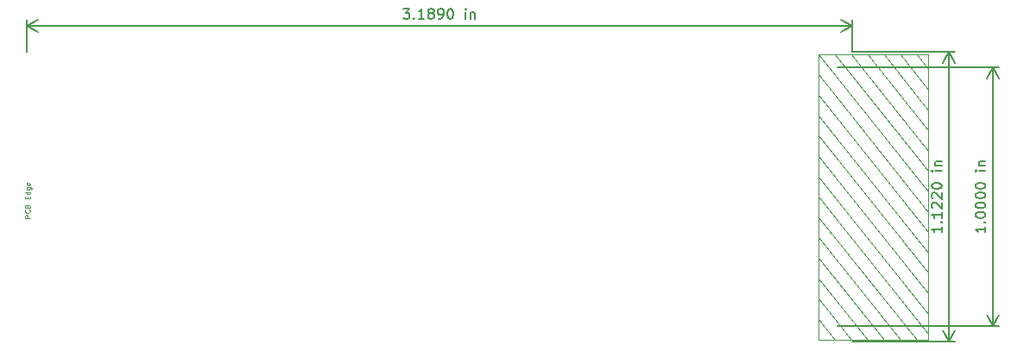
<source format=gbr>
G04 #@! TF.GenerationSoftware,KiCad,Pcbnew,9.0.0*
G04 #@! TF.CreationDate,2025-03-02T20:38:03-08:00*
G04 #@! TF.ProjectId,SuperPower-uC-KiCad,53757065-7250-46f7-9765-722d75432d4b,rev?*
G04 #@! TF.SameCoordinates,Original*
G04 #@! TF.FileFunction,OtherDrawing,Comment*
%FSLAX46Y46*%
G04 Gerber Fmt 4.6, Leading zero omitted, Abs format (unit mm)*
G04 Created by KiCad (PCBNEW 9.0.0) date 2025-03-02 20:38:03*
%MOMM*%
%LPD*%
G01*
G04 APERTURE LIST*
%ADD10C,0.150000*%
%ADD11C,0.080000*%
%ADD12C,0.100000*%
G04 APERTURE END LIST*
D10*
X196027819Y-112148571D02*
X196027819Y-112719999D01*
X196027819Y-112434285D02*
X195027819Y-112434285D01*
X195027819Y-112434285D02*
X195170676Y-112529523D01*
X195170676Y-112529523D02*
X195265914Y-112624761D01*
X195265914Y-112624761D02*
X195313533Y-112719999D01*
X195932580Y-111719999D02*
X195980200Y-111672380D01*
X195980200Y-111672380D02*
X196027819Y-111719999D01*
X196027819Y-111719999D02*
X195980200Y-111767618D01*
X195980200Y-111767618D02*
X195932580Y-111719999D01*
X195932580Y-111719999D02*
X196027819Y-111719999D01*
X195027819Y-111053333D02*
X195027819Y-110958095D01*
X195027819Y-110958095D02*
X195075438Y-110862857D01*
X195075438Y-110862857D02*
X195123057Y-110815238D01*
X195123057Y-110815238D02*
X195218295Y-110767619D01*
X195218295Y-110767619D02*
X195408771Y-110720000D01*
X195408771Y-110720000D02*
X195646866Y-110720000D01*
X195646866Y-110720000D02*
X195837342Y-110767619D01*
X195837342Y-110767619D02*
X195932580Y-110815238D01*
X195932580Y-110815238D02*
X195980200Y-110862857D01*
X195980200Y-110862857D02*
X196027819Y-110958095D01*
X196027819Y-110958095D02*
X196027819Y-111053333D01*
X196027819Y-111053333D02*
X195980200Y-111148571D01*
X195980200Y-111148571D02*
X195932580Y-111196190D01*
X195932580Y-111196190D02*
X195837342Y-111243809D01*
X195837342Y-111243809D02*
X195646866Y-111291428D01*
X195646866Y-111291428D02*
X195408771Y-111291428D01*
X195408771Y-111291428D02*
X195218295Y-111243809D01*
X195218295Y-111243809D02*
X195123057Y-111196190D01*
X195123057Y-111196190D02*
X195075438Y-111148571D01*
X195075438Y-111148571D02*
X195027819Y-111053333D01*
X195027819Y-110100952D02*
X195027819Y-110005714D01*
X195027819Y-110005714D02*
X195075438Y-109910476D01*
X195075438Y-109910476D02*
X195123057Y-109862857D01*
X195123057Y-109862857D02*
X195218295Y-109815238D01*
X195218295Y-109815238D02*
X195408771Y-109767619D01*
X195408771Y-109767619D02*
X195646866Y-109767619D01*
X195646866Y-109767619D02*
X195837342Y-109815238D01*
X195837342Y-109815238D02*
X195932580Y-109862857D01*
X195932580Y-109862857D02*
X195980200Y-109910476D01*
X195980200Y-109910476D02*
X196027819Y-110005714D01*
X196027819Y-110005714D02*
X196027819Y-110100952D01*
X196027819Y-110100952D02*
X195980200Y-110196190D01*
X195980200Y-110196190D02*
X195932580Y-110243809D01*
X195932580Y-110243809D02*
X195837342Y-110291428D01*
X195837342Y-110291428D02*
X195646866Y-110339047D01*
X195646866Y-110339047D02*
X195408771Y-110339047D01*
X195408771Y-110339047D02*
X195218295Y-110291428D01*
X195218295Y-110291428D02*
X195123057Y-110243809D01*
X195123057Y-110243809D02*
X195075438Y-110196190D01*
X195075438Y-110196190D02*
X195027819Y-110100952D01*
X195027819Y-109148571D02*
X195027819Y-109053333D01*
X195027819Y-109053333D02*
X195075438Y-108958095D01*
X195075438Y-108958095D02*
X195123057Y-108910476D01*
X195123057Y-108910476D02*
X195218295Y-108862857D01*
X195218295Y-108862857D02*
X195408771Y-108815238D01*
X195408771Y-108815238D02*
X195646866Y-108815238D01*
X195646866Y-108815238D02*
X195837342Y-108862857D01*
X195837342Y-108862857D02*
X195932580Y-108910476D01*
X195932580Y-108910476D02*
X195980200Y-108958095D01*
X195980200Y-108958095D02*
X196027819Y-109053333D01*
X196027819Y-109053333D02*
X196027819Y-109148571D01*
X196027819Y-109148571D02*
X195980200Y-109243809D01*
X195980200Y-109243809D02*
X195932580Y-109291428D01*
X195932580Y-109291428D02*
X195837342Y-109339047D01*
X195837342Y-109339047D02*
X195646866Y-109386666D01*
X195646866Y-109386666D02*
X195408771Y-109386666D01*
X195408771Y-109386666D02*
X195218295Y-109339047D01*
X195218295Y-109339047D02*
X195123057Y-109291428D01*
X195123057Y-109291428D02*
X195075438Y-109243809D01*
X195075438Y-109243809D02*
X195027819Y-109148571D01*
X195027819Y-108196190D02*
X195027819Y-108100952D01*
X195027819Y-108100952D02*
X195075438Y-108005714D01*
X195075438Y-108005714D02*
X195123057Y-107958095D01*
X195123057Y-107958095D02*
X195218295Y-107910476D01*
X195218295Y-107910476D02*
X195408771Y-107862857D01*
X195408771Y-107862857D02*
X195646866Y-107862857D01*
X195646866Y-107862857D02*
X195837342Y-107910476D01*
X195837342Y-107910476D02*
X195932580Y-107958095D01*
X195932580Y-107958095D02*
X195980200Y-108005714D01*
X195980200Y-108005714D02*
X196027819Y-108100952D01*
X196027819Y-108100952D02*
X196027819Y-108196190D01*
X196027819Y-108196190D02*
X195980200Y-108291428D01*
X195980200Y-108291428D02*
X195932580Y-108339047D01*
X195932580Y-108339047D02*
X195837342Y-108386666D01*
X195837342Y-108386666D02*
X195646866Y-108434285D01*
X195646866Y-108434285D02*
X195408771Y-108434285D01*
X195408771Y-108434285D02*
X195218295Y-108386666D01*
X195218295Y-108386666D02*
X195123057Y-108339047D01*
X195123057Y-108339047D02*
X195075438Y-108291428D01*
X195075438Y-108291428D02*
X195027819Y-108196190D01*
X196027819Y-106672380D02*
X195361152Y-106672380D01*
X195027819Y-106672380D02*
X195075438Y-106719999D01*
X195075438Y-106719999D02*
X195123057Y-106672380D01*
X195123057Y-106672380D02*
X195075438Y-106624761D01*
X195075438Y-106624761D02*
X195027819Y-106672380D01*
X195027819Y-106672380D02*
X195123057Y-106672380D01*
X195361152Y-106196190D02*
X196027819Y-106196190D01*
X195456390Y-106196190D02*
X195408771Y-106148571D01*
X195408771Y-106148571D02*
X195361152Y-106053333D01*
X195361152Y-106053333D02*
X195361152Y-105910476D01*
X195361152Y-105910476D02*
X195408771Y-105815238D01*
X195408771Y-105815238D02*
X195504009Y-105767619D01*
X195504009Y-105767619D02*
X196027819Y-105767619D01*
X181483000Y-121920000D02*
X197309420Y-121920000D01*
X181483000Y-96520000D02*
X197309420Y-96520000D01*
X196723000Y-121920000D02*
X196723000Y-96520000D01*
X196723000Y-121920000D02*
X196723000Y-96520000D01*
X196723000Y-121920000D02*
X196136579Y-120793496D01*
X196723000Y-121920000D02*
X197309421Y-120793496D01*
X196723000Y-96520000D02*
X197309421Y-97646504D01*
X196723000Y-96520000D02*
X196136579Y-97646504D01*
X196723000Y-121920000D02*
X196723000Y-96520000D01*
X196723000Y-121920000D02*
X196723000Y-96520000D01*
X196723000Y-121920000D02*
X196136579Y-120793496D01*
X196723000Y-121920000D02*
X197309421Y-120793496D01*
X196723000Y-96520000D02*
X197309421Y-97646504D01*
X196723000Y-96520000D02*
X196136579Y-97646504D01*
X138932079Y-90764414D02*
X139551126Y-90764222D01*
X139551126Y-90764222D02*
X139217910Y-91145278D01*
X139217910Y-91145278D02*
X139360768Y-91145234D01*
X139360768Y-91145234D02*
X139456020Y-91192823D01*
X139456020Y-91192823D02*
X139503654Y-91240428D01*
X139503654Y-91240428D02*
X139551303Y-91335651D01*
X139551303Y-91335651D02*
X139551376Y-91573746D01*
X139551376Y-91573746D02*
X139503786Y-91668999D01*
X139503786Y-91668999D02*
X139456182Y-91716633D01*
X139456182Y-91716633D02*
X139360959Y-91764281D01*
X139360959Y-91764281D02*
X139075244Y-91764369D01*
X139075244Y-91764369D02*
X138979992Y-91716780D01*
X138979992Y-91716780D02*
X138932358Y-91669175D01*
X139979977Y-91668852D02*
X140027611Y-91716456D01*
X140027611Y-91716456D02*
X139980006Y-91764090D01*
X139980006Y-91764090D02*
X139932372Y-91716486D01*
X139932372Y-91716486D02*
X139979977Y-91668852D01*
X139979977Y-91668852D02*
X139980006Y-91764090D01*
X140980006Y-91763781D02*
X140408577Y-91763958D01*
X140694291Y-91763870D02*
X140693983Y-90763870D01*
X140693983Y-90763870D02*
X140598789Y-90906756D01*
X140598789Y-90906756D02*
X140503580Y-91002024D01*
X140503580Y-91002024D02*
X140408357Y-91049672D01*
X141551258Y-91192177D02*
X141456005Y-91144587D01*
X141456005Y-91144587D02*
X141408371Y-91096983D01*
X141408371Y-91096983D02*
X141360723Y-91001759D01*
X141360723Y-91001759D02*
X141360708Y-90954140D01*
X141360708Y-90954140D02*
X141408298Y-90858887D01*
X141408298Y-90858887D02*
X141455902Y-90811254D01*
X141455902Y-90811254D02*
X141551126Y-90763605D01*
X141551126Y-90763605D02*
X141741602Y-90763546D01*
X141741602Y-90763546D02*
X141836855Y-90811136D01*
X141836855Y-90811136D02*
X141884488Y-90858740D01*
X141884488Y-90858740D02*
X141932137Y-90953964D01*
X141932137Y-90953964D02*
X141932152Y-91001583D01*
X141932152Y-91001583D02*
X141884562Y-91096836D01*
X141884562Y-91096836D02*
X141836958Y-91144469D01*
X141836958Y-91144469D02*
X141741734Y-91192118D01*
X141741734Y-91192118D02*
X141551258Y-91192177D01*
X141551258Y-91192177D02*
X141456035Y-91239825D01*
X141456035Y-91239825D02*
X141408430Y-91287459D01*
X141408430Y-91287459D02*
X141360841Y-91382712D01*
X141360841Y-91382712D02*
X141360899Y-91573188D01*
X141360899Y-91573188D02*
X141408548Y-91668411D01*
X141408548Y-91668411D02*
X141456182Y-91716015D01*
X141456182Y-91716015D02*
X141551434Y-91763605D01*
X141551434Y-91763605D02*
X141741910Y-91763546D01*
X141741910Y-91763546D02*
X141837134Y-91715898D01*
X141837134Y-91715898D02*
X141884738Y-91668264D01*
X141884738Y-91668264D02*
X141932328Y-91573011D01*
X141932328Y-91573011D02*
X141932269Y-91382535D01*
X141932269Y-91382535D02*
X141884621Y-91287312D01*
X141884621Y-91287312D02*
X141836987Y-91239707D01*
X141836987Y-91239707D02*
X141741734Y-91192118D01*
X142408577Y-91763341D02*
X142599053Y-91763282D01*
X142599053Y-91763282D02*
X142694277Y-91715633D01*
X142694277Y-91715633D02*
X142741881Y-91668000D01*
X142741881Y-91668000D02*
X142837075Y-91525113D01*
X142837075Y-91525113D02*
X142884635Y-91334622D01*
X142884635Y-91334622D02*
X142884518Y-90953670D01*
X142884518Y-90953670D02*
X142836869Y-90858446D01*
X142836869Y-90858446D02*
X142789236Y-90810842D01*
X142789236Y-90810842D02*
X142693983Y-90763252D01*
X142693983Y-90763252D02*
X142503507Y-90763311D01*
X142503507Y-90763311D02*
X142408283Y-90810960D01*
X142408283Y-90810960D02*
X142360679Y-90858593D01*
X142360679Y-90858593D02*
X142313089Y-90953846D01*
X142313089Y-90953846D02*
X142313163Y-91191941D01*
X142313163Y-91191941D02*
X142360811Y-91287165D01*
X142360811Y-91287165D02*
X142408445Y-91334769D01*
X142408445Y-91334769D02*
X142503698Y-91382359D01*
X142503698Y-91382359D02*
X142694174Y-91382300D01*
X142694174Y-91382300D02*
X142789397Y-91334652D01*
X142789397Y-91334652D02*
X142837002Y-91287018D01*
X142837002Y-91287018D02*
X142884591Y-91191765D01*
X143503507Y-90763003D02*
X143598745Y-90762973D01*
X143598745Y-90762973D02*
X143693997Y-90810563D01*
X143693997Y-90810563D02*
X143741631Y-90858167D01*
X143741631Y-90858167D02*
X143789280Y-90953391D01*
X143789280Y-90953391D02*
X143836958Y-91143852D01*
X143836958Y-91143852D02*
X143837031Y-91381947D01*
X143837031Y-91381947D02*
X143789471Y-91572438D01*
X143789471Y-91572438D02*
X143741881Y-91667691D01*
X143741881Y-91667691D02*
X143694277Y-91715325D01*
X143694277Y-91715325D02*
X143599053Y-91762973D01*
X143599053Y-91762973D02*
X143503815Y-91763003D01*
X143503815Y-91763003D02*
X143408562Y-91715413D01*
X143408562Y-91715413D02*
X143360929Y-91667809D01*
X143360929Y-91667809D02*
X143313280Y-91572585D01*
X143313280Y-91572585D02*
X143265602Y-91382124D01*
X143265602Y-91382124D02*
X143265529Y-91144028D01*
X143265529Y-91144028D02*
X143313089Y-90953538D01*
X143313089Y-90953538D02*
X143360679Y-90858285D01*
X143360679Y-90858285D02*
X143408283Y-90810651D01*
X143408283Y-90810651D02*
X143503507Y-90763003D01*
X145027625Y-91762532D02*
X145027419Y-91095866D01*
X145027316Y-90762532D02*
X144979712Y-90810166D01*
X144979712Y-90810166D02*
X145027346Y-90857770D01*
X145027346Y-90857770D02*
X145074950Y-90810137D01*
X145074950Y-90810137D02*
X145027316Y-90762532D01*
X145027316Y-90762532D02*
X145027346Y-90857770D01*
X145503609Y-91095719D02*
X145503815Y-91762385D01*
X145503639Y-91190957D02*
X145551243Y-91143323D01*
X145551243Y-91143323D02*
X145646466Y-91095675D01*
X145646466Y-91095675D02*
X145789323Y-91095630D01*
X145789323Y-91095630D02*
X145884576Y-91143220D01*
X145884576Y-91143220D02*
X145932225Y-91238443D01*
X145932225Y-91238443D02*
X145932386Y-91762253D01*
X101981000Y-94996000D02*
X101980040Y-91884580D01*
X182981000Y-94971000D02*
X182980040Y-91859580D01*
X101980221Y-92471000D02*
X182980221Y-92446000D01*
X101980221Y-92471000D02*
X182980221Y-92446000D01*
X101980221Y-92471000D02*
X103106544Y-91884232D01*
X101980221Y-92471000D02*
X103106906Y-93057073D01*
X182980221Y-92446000D02*
X181853898Y-93032768D01*
X182980221Y-92446000D02*
X181853536Y-91859927D01*
X101980221Y-92471000D02*
X182980221Y-92446000D01*
X101980221Y-92471000D02*
X182980221Y-92446000D01*
X101980221Y-92471000D02*
X103106544Y-91884232D01*
X101980221Y-92471000D02*
X103106906Y-93057073D01*
X182980221Y-92446000D02*
X181853898Y-93032768D01*
X182980221Y-92446000D02*
X181853536Y-91859927D01*
X191735819Y-112149571D02*
X191735819Y-112720999D01*
X191735819Y-112435285D02*
X190735819Y-112435285D01*
X190735819Y-112435285D02*
X190878676Y-112530523D01*
X190878676Y-112530523D02*
X190973914Y-112625761D01*
X190973914Y-112625761D02*
X191021533Y-112720999D01*
X191640580Y-111720999D02*
X191688200Y-111673380D01*
X191688200Y-111673380D02*
X191735819Y-111720999D01*
X191735819Y-111720999D02*
X191688200Y-111768618D01*
X191688200Y-111768618D02*
X191640580Y-111720999D01*
X191640580Y-111720999D02*
X191735819Y-111720999D01*
X191735819Y-110721000D02*
X191735819Y-111292428D01*
X191735819Y-111006714D02*
X190735819Y-111006714D01*
X190735819Y-111006714D02*
X190878676Y-111101952D01*
X190878676Y-111101952D02*
X190973914Y-111197190D01*
X190973914Y-111197190D02*
X191021533Y-111292428D01*
X190831057Y-110340047D02*
X190783438Y-110292428D01*
X190783438Y-110292428D02*
X190735819Y-110197190D01*
X190735819Y-110197190D02*
X190735819Y-109959095D01*
X190735819Y-109959095D02*
X190783438Y-109863857D01*
X190783438Y-109863857D02*
X190831057Y-109816238D01*
X190831057Y-109816238D02*
X190926295Y-109768619D01*
X190926295Y-109768619D02*
X191021533Y-109768619D01*
X191021533Y-109768619D02*
X191164390Y-109816238D01*
X191164390Y-109816238D02*
X191735819Y-110387666D01*
X191735819Y-110387666D02*
X191735819Y-109768619D01*
X190831057Y-109387666D02*
X190783438Y-109340047D01*
X190783438Y-109340047D02*
X190735819Y-109244809D01*
X190735819Y-109244809D02*
X190735819Y-109006714D01*
X190735819Y-109006714D02*
X190783438Y-108911476D01*
X190783438Y-108911476D02*
X190831057Y-108863857D01*
X190831057Y-108863857D02*
X190926295Y-108816238D01*
X190926295Y-108816238D02*
X191021533Y-108816238D01*
X191021533Y-108816238D02*
X191164390Y-108863857D01*
X191164390Y-108863857D02*
X191735819Y-109435285D01*
X191735819Y-109435285D02*
X191735819Y-108816238D01*
X190735819Y-108197190D02*
X190735819Y-108101952D01*
X190735819Y-108101952D02*
X190783438Y-108006714D01*
X190783438Y-108006714D02*
X190831057Y-107959095D01*
X190831057Y-107959095D02*
X190926295Y-107911476D01*
X190926295Y-107911476D02*
X191116771Y-107863857D01*
X191116771Y-107863857D02*
X191354866Y-107863857D01*
X191354866Y-107863857D02*
X191545342Y-107911476D01*
X191545342Y-107911476D02*
X191640580Y-107959095D01*
X191640580Y-107959095D02*
X191688200Y-108006714D01*
X191688200Y-108006714D02*
X191735819Y-108101952D01*
X191735819Y-108101952D02*
X191735819Y-108197190D01*
X191735819Y-108197190D02*
X191688200Y-108292428D01*
X191688200Y-108292428D02*
X191640580Y-108340047D01*
X191640580Y-108340047D02*
X191545342Y-108387666D01*
X191545342Y-108387666D02*
X191354866Y-108435285D01*
X191354866Y-108435285D02*
X191116771Y-108435285D01*
X191116771Y-108435285D02*
X190926295Y-108387666D01*
X190926295Y-108387666D02*
X190831057Y-108340047D01*
X190831057Y-108340047D02*
X190783438Y-108292428D01*
X190783438Y-108292428D02*
X190735819Y-108197190D01*
X191735819Y-106673380D02*
X191069152Y-106673380D01*
X190735819Y-106673380D02*
X190783438Y-106720999D01*
X190783438Y-106720999D02*
X190831057Y-106673380D01*
X190831057Y-106673380D02*
X190783438Y-106625761D01*
X190783438Y-106625761D02*
X190735819Y-106673380D01*
X190735819Y-106673380D02*
X190831057Y-106673380D01*
X191069152Y-106197190D02*
X191735819Y-106197190D01*
X191164390Y-106197190D02*
X191116771Y-106149571D01*
X191116771Y-106149571D02*
X191069152Y-106054333D01*
X191069152Y-106054333D02*
X191069152Y-105911476D01*
X191069152Y-105911476D02*
X191116771Y-105816238D01*
X191116771Y-105816238D02*
X191212009Y-105768619D01*
X191212009Y-105768619D02*
X191735819Y-105768619D01*
X182981000Y-123471000D02*
X193017420Y-123471000D01*
X182981000Y-94971000D02*
X193017420Y-94971000D01*
X192431000Y-123471000D02*
X192431000Y-94971000D01*
X192431000Y-123471000D02*
X192431000Y-94971000D01*
X192431000Y-123471000D02*
X191844579Y-122344496D01*
X192431000Y-123471000D02*
X193017421Y-122344496D01*
X192431000Y-94971000D02*
X193017421Y-96097504D01*
X192431000Y-94971000D02*
X191844579Y-96097504D01*
X192431000Y-123471000D02*
X192431000Y-94971000D01*
X192431000Y-123471000D02*
X192431000Y-94971000D01*
X192431000Y-123471000D02*
X191844579Y-122344496D01*
X192431000Y-123471000D02*
X193017421Y-122344496D01*
X192431000Y-94971000D02*
X193017421Y-96097504D01*
X192431000Y-94971000D02*
X191844579Y-96097504D01*
D11*
X102314649Y-111299285D02*
X101814649Y-111299285D01*
X101814649Y-111299285D02*
X101814649Y-111108809D01*
X101814649Y-111108809D02*
X101838459Y-111061190D01*
X101838459Y-111061190D02*
X101862268Y-111037380D01*
X101862268Y-111037380D02*
X101909887Y-111013571D01*
X101909887Y-111013571D02*
X101981316Y-111013571D01*
X101981316Y-111013571D02*
X102028935Y-111037380D01*
X102028935Y-111037380D02*
X102052744Y-111061190D01*
X102052744Y-111061190D02*
X102076554Y-111108809D01*
X102076554Y-111108809D02*
X102076554Y-111299285D01*
X102267030Y-110513571D02*
X102290840Y-110537380D01*
X102290840Y-110537380D02*
X102314649Y-110608809D01*
X102314649Y-110608809D02*
X102314649Y-110656428D01*
X102314649Y-110656428D02*
X102290840Y-110727856D01*
X102290840Y-110727856D02*
X102243220Y-110775475D01*
X102243220Y-110775475D02*
X102195601Y-110799285D01*
X102195601Y-110799285D02*
X102100363Y-110823094D01*
X102100363Y-110823094D02*
X102028935Y-110823094D01*
X102028935Y-110823094D02*
X101933697Y-110799285D01*
X101933697Y-110799285D02*
X101886078Y-110775475D01*
X101886078Y-110775475D02*
X101838459Y-110727856D01*
X101838459Y-110727856D02*
X101814649Y-110656428D01*
X101814649Y-110656428D02*
X101814649Y-110608809D01*
X101814649Y-110608809D02*
X101838459Y-110537380D01*
X101838459Y-110537380D02*
X101862268Y-110513571D01*
X102052744Y-110132618D02*
X102076554Y-110061190D01*
X102076554Y-110061190D02*
X102100363Y-110037380D01*
X102100363Y-110037380D02*
X102147982Y-110013571D01*
X102147982Y-110013571D02*
X102219411Y-110013571D01*
X102219411Y-110013571D02*
X102267030Y-110037380D01*
X102267030Y-110037380D02*
X102290840Y-110061190D01*
X102290840Y-110061190D02*
X102314649Y-110108809D01*
X102314649Y-110108809D02*
X102314649Y-110299285D01*
X102314649Y-110299285D02*
X101814649Y-110299285D01*
X101814649Y-110299285D02*
X101814649Y-110132618D01*
X101814649Y-110132618D02*
X101838459Y-110084999D01*
X101838459Y-110084999D02*
X101862268Y-110061190D01*
X101862268Y-110061190D02*
X101909887Y-110037380D01*
X101909887Y-110037380D02*
X101957506Y-110037380D01*
X101957506Y-110037380D02*
X102005125Y-110061190D01*
X102005125Y-110061190D02*
X102028935Y-110084999D01*
X102028935Y-110084999D02*
X102052744Y-110132618D01*
X102052744Y-110132618D02*
X102052744Y-110299285D01*
X102052744Y-109418333D02*
X102052744Y-109251666D01*
X102314649Y-109180238D02*
X102314649Y-109418333D01*
X102314649Y-109418333D02*
X101814649Y-109418333D01*
X101814649Y-109418333D02*
X101814649Y-109180238D01*
X102314649Y-108751666D02*
X101814649Y-108751666D01*
X102290840Y-108751666D02*
X102314649Y-108799285D01*
X102314649Y-108799285D02*
X102314649Y-108894523D01*
X102314649Y-108894523D02*
X102290840Y-108942142D01*
X102290840Y-108942142D02*
X102267030Y-108965952D01*
X102267030Y-108965952D02*
X102219411Y-108989761D01*
X102219411Y-108989761D02*
X102076554Y-108989761D01*
X102076554Y-108989761D02*
X102028935Y-108965952D01*
X102028935Y-108965952D02*
X102005125Y-108942142D01*
X102005125Y-108942142D02*
X101981316Y-108894523D01*
X101981316Y-108894523D02*
X101981316Y-108799285D01*
X101981316Y-108799285D02*
X102005125Y-108751666D01*
X101981316Y-108299285D02*
X102386078Y-108299285D01*
X102386078Y-108299285D02*
X102433697Y-108323095D01*
X102433697Y-108323095D02*
X102457506Y-108346904D01*
X102457506Y-108346904D02*
X102481316Y-108394523D01*
X102481316Y-108394523D02*
X102481316Y-108465952D01*
X102481316Y-108465952D02*
X102457506Y-108513571D01*
X102290840Y-108299285D02*
X102314649Y-108346904D01*
X102314649Y-108346904D02*
X102314649Y-108442142D01*
X102314649Y-108442142D02*
X102290840Y-108489761D01*
X102290840Y-108489761D02*
X102267030Y-108513571D01*
X102267030Y-108513571D02*
X102219411Y-108537380D01*
X102219411Y-108537380D02*
X102076554Y-108537380D01*
X102076554Y-108537380D02*
X102028935Y-108513571D01*
X102028935Y-108513571D02*
X102005125Y-108489761D01*
X102005125Y-108489761D02*
X101981316Y-108442142D01*
X101981316Y-108442142D02*
X101981316Y-108346904D01*
X101981316Y-108346904D02*
X102005125Y-108299285D01*
X102290840Y-107870714D02*
X102314649Y-107918333D01*
X102314649Y-107918333D02*
X102314649Y-108013571D01*
X102314649Y-108013571D02*
X102290840Y-108061190D01*
X102290840Y-108061190D02*
X102243220Y-108084999D01*
X102243220Y-108084999D02*
X102052744Y-108084999D01*
X102052744Y-108084999D02*
X102005125Y-108061190D01*
X102005125Y-108061190D02*
X101981316Y-108013571D01*
X101981316Y-108013571D02*
X101981316Y-107918333D01*
X101981316Y-107918333D02*
X102005125Y-107870714D01*
X102005125Y-107870714D02*
X102052744Y-107846904D01*
X102052744Y-107846904D02*
X102100363Y-107846904D01*
X102100363Y-107846904D02*
X102147982Y-108084999D01*
D12*
X179642000Y-95229000D02*
X190422000Y-95229000D01*
X179642000Y-123229000D02*
X179642000Y-95229000D01*
X179642000Y-123229000D02*
X190422000Y-123229000D01*
X190422000Y-123229000D02*
X190422000Y-95229000D01*
X190422000Y-96704000D02*
X189332000Y-95229000D01*
X190422000Y-98704000D02*
X187717000Y-95229000D01*
X190422000Y-100704000D02*
X186102000Y-95229000D01*
X190422000Y-102704000D02*
X184487000Y-95229000D01*
X190422000Y-104704000D02*
X182872000Y-95229000D01*
X190422000Y-106704000D02*
X181257000Y-95229000D01*
X190422000Y-108704000D02*
X179642000Y-95229000D01*
X190422000Y-110704000D02*
X179642000Y-97229000D01*
X190422000Y-112704000D02*
X179642000Y-99229000D01*
X179642000Y-101229000D02*
X190422000Y-114704000D01*
X190422000Y-116704000D02*
X179642000Y-103229000D01*
X190422000Y-118704000D02*
X179642000Y-105229000D01*
X190422000Y-120704000D02*
X179642000Y-107229000D01*
X190422000Y-122704000D02*
X179642000Y-109229000D01*
X189332000Y-123229000D02*
X179642000Y-111229000D01*
X187717000Y-123229000D02*
X179642000Y-113229000D01*
X186102000Y-123229000D02*
X179642000Y-115229000D01*
X184487000Y-123229000D02*
X179642000Y-117229000D01*
X182872000Y-123229000D02*
X179642000Y-119229000D01*
X181257000Y-123229000D02*
X179642000Y-121229000D01*
M02*

</source>
